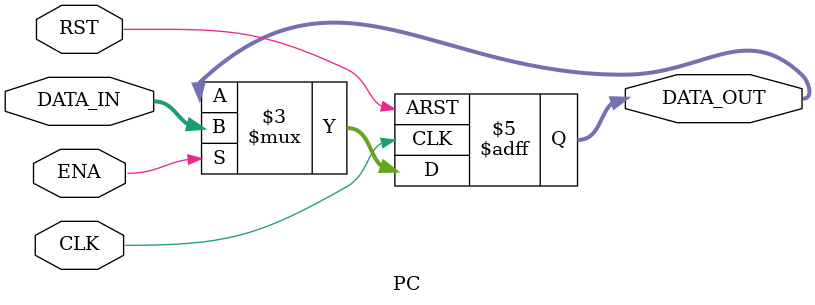
<source format=v>
module PC
(
    CLK, 
    RST, 
    ENA, 
    DATA_IN, 
    DATA_OUT
);

	input CLK;
	input RST;
	input ENA;
	input [31:0]DATA_IN;
	
    output [31:0] DATA_OUT;
	
    reg [31:0] DATA_OUT;

	// initial begin
	// 	DATA_OUT = 32'h00400000;
	// end

	always @(negedge CLK or posedge RST) begin
		if(RST) begin
			DATA_OUT <= 32'h00400000;
		end else begin
			if(ENA) begin
				DATA_OUT <= DATA_IN;
			end else begin
				DATA_OUT <= DATA_OUT;
			end
		end
	end
    
endmodule

</source>
